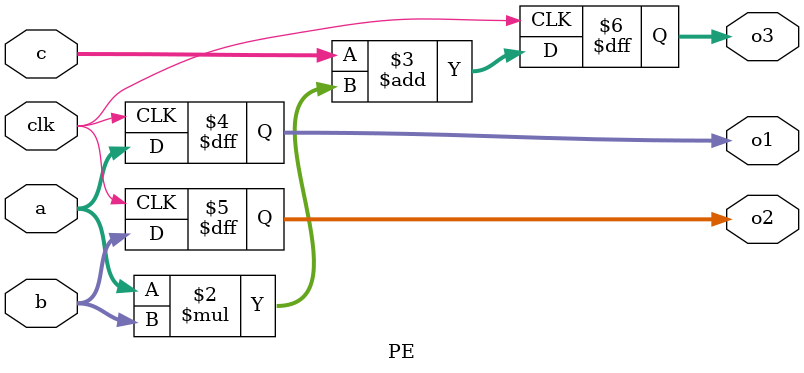
<source format=v>
module PE(a,b,c,o1,o2,o3,clk);
    parameter n=5;
    input clk;
    input [n-1:0]a,b;
    input [2*n+3:0]c;
    output reg [n-1:0]o1,o2;
    output reg [2*n+3:0]o3;
    reg [2*n+3:0]mul;
    
    always@(posedge clk)
        begin
            mul =a*b;
            o1 = a;
            o2 = b;
            o3 = c+ mul;
        end
endmodule
</source>
